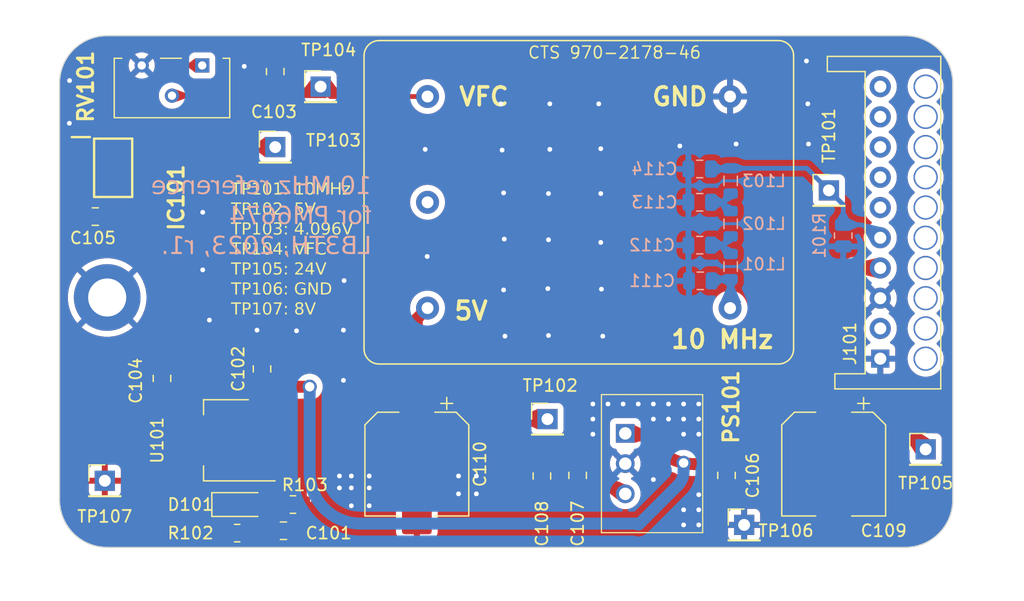
<source format=kicad_pcb>
(kicad_pcb (version 20221018) (generator pcbnew)
  (layers (0 "F.Cu" signal) (31 "B.Cu" signal) (34 "B.Paste" user) (35 "F.Paste" user) (36 "B.SilkS" user "B.Silkscreen") (37 "F.SilkS" user "F.Silkscreen") (38 "B.Mask" user) (39 "F.Mask" user) (44 "Edge.Cuts" user))
  (net 0 "")
  (net 1 "+24V")
  (net 2 "GND")
  (net 3 "VFC")
  (net 4 "+5V")
  (net 8 "VREF")
  (net 16 "10MHz")
  (net 19 "Net-(D101-A)")
  (net 20 "+8V")
  (net 21 "Net-(C112-Pad1)")
  (net 22 "Net-(C113-Pad1)")
  (net 23 "reference_out")
  (footprint "Capacitor_SMD:CP_Elec_8x10.5" (layer "F.Cu") (at 165 113 -90)
    (fp_text reference "C109" (at 5.6 -4.2 -180) (layer "F.SilkS"))
    (fp_text value "220uF" hide)
    (pad "1" smd roundrect (at -3.7 0 270) (size 4.4 2.5) (layers "F.Cu" "F.Paste" "F.Mask") (roundrect_rratio 0.1) (net 1 "+24V"))
    (pad "2" smd roundrect (at 3.7 0 270) (size 4.4 2.5) (layers "F.Cu" "F.Paste" "F.Mask") (roundrect_rratio 0.1) (net 2 "GND"))
  )
  (footprint "Capacitor_SMD:C_0805_2012Metric" (layer "F.Cu") (at 103 92.2 180)
    (fp_text reference "C105" (at 0.2 -1.8) (layer "F.SilkS"))
    (fp_text value "100nF" hide)
    (pad "1" smd roundrect (at -0.95 0 180) (size 1 1.45) (layers "F.Cu" "F.Paste" "F.Mask") (net 20 "+8V"))
    (pad "2" smd roundrect (at 0.95 0 180) (size 1 1.45) (layers "F.Cu" "F.Paste" "F.Mask") (net 2 "GND"))
  )
  (footprint "Capacitor_SMD:C_0805_2012Metric" (layer "F.Cu") (at 118.8 118.6)
    (fp_text reference "C101" (at 3.8 0.2) (layer "F.SilkS"))
    (fp_text value "10u" hide)
    (pad "1" smd roundrect (at -0.95 0) (size 1 1.45) (layers "F.Cu" "F.Paste" "F.Mask") (net 19 "Net-(D101-A)"))
    (pad "2" smd roundrect (at 0.95 0) (size 1 1.45) (layers "F.Cu" "F.Paste" "F.Mask") (net 2 "GND"))
  )
  (footprint "MountingHole:MountingHole_3.2mm_M3_DIN965_Pad_TopBottom" (layer "F.Cu") (at 104 99)
    (fp_text reference "H101" hide)
    (fp_text value "H1" hide)
    (pad "1" thru_hole circle (at 0 0) (size 3.6 3.6) (drill 3.2) (layers "*.Cu" "*.Mask") (net 2 "GND"))
    (pad "1" connect circle (at 0 0) (size 5.6 5.6) (layers "F.Cu" "F.Mask") (net 2 "GND"))
    (pad "1" connect circle (at 0 0) (size 5.6 5.6) (layers "B.Cu" "B.Mask") (net 2 "GND"))
  )
  (footprint "Capacitor_SMD:C_0805_2012Metric" (layer "F.Cu") (at 140.5 114 90)
    (fp_text reference "C108" (at -4 0 90) (layer "F.SilkS"))
    (fp_text value "100nF" hide)
    (pad "1" smd roundrect (at -0.95 0 90) (size 1 1.45) (layers "F.Cu" "F.Paste" "F.Mask") (net 4 "+5V"))
    (pad "2" smd roundrect (at 0.95 0 90) (size 1 1.45) (layers "F.Cu" "F.Paste" "F.Mask") (net 2 "GND"))
  )
  (footprint "Connector_PinHeader_2.54mm:PinHeader_1x01_P2.54mm_Vertical" (layer "F.Cu") (at 118.11 86.36)
    (fp_text reference "TP103" (at 4.89 -0.56) (layer "F.SilkS"))
    (fp_text value "4.096V" hide)
    (pad "1" thru_hole rect (at 0 0) (size 1.7 1.7) (drill 1) (layers "*.Cu" "*.Mask") (net 8 "VREF"))
  )
  (footprint "Capacitor_SMD:C_0805_2012Metric" (layer "F.Cu") (at 117 105 90)
    (fp_text reference "C102" (at 0 -2 90) (layer "F.SilkS"))
    (fp_text value "1u")
    (pad "1" smd roundrect (at -0.95 0 90) (size 1 1.45) (layers "F.Cu" "F.Paste" "F.Mask") (net 1 "+24V"))
    (pad "2" smd roundrect (at 0.95 0 90) (size 1 1.45) (layers "F.Cu" "F.Paste" "F.Mask") (net 2 "GND"))
  )
  (footprint "lb3th:Molex 22-14-2104" (layer "F.Cu") (at 170.815 92.71)
    (fp_text reference "J101" (at -4.445 10.16 90 unlocked) (layer "F.SilkS"))
    (fp_text value "Conn_01x10_Pin" hide)
    (pad "1" thru_hole rect (at -1.905 11.43) (size 1.524 1.524) (drill 1.016) (layers "*.Cu" "*.Mask") (net 2 "GND"))
    (pad "2" thru_hole circle (at -1.905 8.89) (size 1.778 1.778) (drill 1.016) (layers "*.Cu" "*.Mask"))
    (pad "3" thru_hole circle (at -1.905 6.35) (size 1.778 1.778) (drill 1.016) (layers "*.Cu" "*.Mask") (net 2 "GND"))
    (pad "4" thru_hole circle (at -1.905 3.81) (size 1.778 1.778) (drill 1.016) (layers "*.Cu" "*.Mask") (net 1 "+24V"))
    (pad "5" thru_hole circle (at -1.905 1.27) (size 1.778 1.778) (drill 1.016) (layers "*.Cu" "*.Mask") (net 23 "reference_out"))
    (pad "6" thru_hole circle (at -1.905 -1.27) (size 1.778 1.778) (drill 1.016) (layers "*.Cu" "*.Mask"))
    (pad "7" thru_hole circle (at -1.905 -3.81) (size 1.778 1.778) (drill 1.016) (layers "*.Cu" "*.Mask"))
    (pad "8" thru_hole circle (at -1.905 -6.35) (size 1.778 1.778) (drill 1.016) (layers "*.Cu" "*.Mask"))
    (pad "9" thru_hole circle (at -1.905 -8.89) (size 1.778 1.778) (drill 1.016) (layers "*.Cu" "*.Mask"))
    (pad "10" thru_hole circle (at -1.905 -11.43) (size 1.778 1.778) (drill 1.016) (layers "*.Cu" "*.Mask"))
    (pad "11" thru_hole circle (at 1.905 -11.43) (size 2.032 2.032) (drill 1.778) (layers "*.Cu" "*.Mask"))
    (pad "12" thru_hole circle (at 1.905 -8.89) (size 2.032 2.032) (drill 1.778) (layers "*.Cu" "*.Mask"))
    (pad "13" thru_hole circle (at 1.905 -6.35) (size 2.032 2.032) (drill 1.778) (layers "*.Cu" "*.Mask"))
    (pad "14" thru_hole circle (at 1.905 -3.81) (size 2.032 2.032) (drill 1.778) (layers "*.Cu" "*.Mask"))
    (pad "15" thru_hole circle (at 1.905 -1.27) (size 2.032 2.032) (drill 1.778) (layers "*.Cu" "*.Mask"))
    (pad "16" thru_hole circle (at 1.905 1.27) (size 2.032 2.032) (drill 1.778) (layers "*.Cu" "*.Mask"))
    (pad "17" thru_hole circle (at 1.905 3.81) (size 2.032 2.032) (drill 1.778) (layers "*.Cu" "*.Mask"))
    (pad "18" thru_hole circle (at 1.905 6.35) (size 2.032 2.032) (drill 1.778) (layers "*.Cu" "*.Mask"))
    (pad "19" thru_hole circle (at 1.905 8.89) (size 2.032 2.032) (drill 1.778) (layers "*.Cu" "*.Mask"))
    (pad "20" thru_hole circle (at 1.905 11.43) (size 2.032 2.032) (drill 1.778) (layers "*.Cu" "*.Mask"))
  )
  (footprint "Resistor_SMD:R_0805_2012Metric" (layer "F.Cu") (at 119.6 116.4)
    (fp_text reference "R103" (at 1 -1.65) (layer "F.SilkS"))
    (fp_text value "1k2")
    (pad "1" smd roundrect (at -0.9125 0) (size 1.025 1.4) (layers "F.Cu" "F.Paste" "F.Mask") (roundrect_rratio 0.243902439) (net 19 "Net-(D101-A)"))
    (pad "2" smd roundrect (at 0.9125 0) (size 1.025 1.4) (layers "F.Cu" "F.Paste" "F.Mask") (roundrect_rratio 0.243902439) (net 2 "GND"))
  )
  (footprint "Resistor_SMD:R_0805_2012Metric" (layer "F.Cu") (at 114.9125 118.8)
    (fp_text reference "R102" (at -3.9125 0) (layer "F.SilkS"))
    (fp_text value "220")
    (pad "1" smd roundrect (at -0.9125 0) (size 1.025 1.4) (layers "F.Cu" "F.Paste" "F.Mask") (roundrect_rratio 0.243902439) (net 20 "+8V"))
    (pad "2" smd roundrect (at 0.9125 0) (size 1.025 1.4) (layers "F.Cu" "F.Paste" "F.Mask") (roundrect_rratio 0.243902439) (net 19 "Net-(D101-A)"))
  )
  (footprint "Connector_PinHeader_2.54mm:PinHeader_1x01_P2.54mm_Vertical" (layer "F.Cu") (at 103.8 114.4)
    (fp_text reference "TP107" (at 0 3) (layer "F.SilkS"))
    (fp_text value "8V")
    (pad "1" thru_hole rect (at 0 0) (size 1.7 1.7) (drill 1) (layers "*.Cu" "*.Mask") (net 20 "+8V"))
  )
  (footprint "Connector_PinHeader_2.54mm:PinHeader_1x01_P2.54mm_Vertical" (layer "F.Cu") (at 157.48 118.11)
    (fp_text reference "TP106" (at 3.52 0.49) (layer "F.SilkS"))
    (fp_text value "GND" hide)
    (pad "1" thru_hole rect (at 0 0) (size 1.7 1.7) (drill 1) (layers "*.Cu" "*.Mask") (net 2 "GND"))
  )
  (footprint "Capacitor_SMD:C_0805_2012Metric" (layer "F.Cu") (at 118.11 80.01 90)
    (fp_text reference "C103" (at -3.39 -0.11 180) (layer "F.SilkS"))
    (fp_text value "100nF" hide)
    (pad "1" smd roundrect (at -0.95 0 90) (size 1 1.45) (layers "F.Cu" "F.Paste" "F.Mask") (net 3 "VFC"))
    (pad "2" smd roundrect (at 0.95 0 90) (size 1 1.45) (layers "F.Cu" "F.Paste" "F.Mask") (net 2 "GND"))
  )
  (footprint "Diode_SMD:D_SOD-123F" (layer "F.Cu") (at 115 116.4)
    (fp_text reference "D101" (at -4 0) (layer "F.SilkS"))
    (fp_text value "IN4001")
    (pad "1" smd roundrect (at -1.4 0) (size 1.1 1.1) (layers "F.Cu" "F.Paste" "F.Mask") (roundrect_rratio 0.2272727273) (net 20 "+8V"))
    (pad "2" smd roundrect (at 1.4 0) (size 1.1 1.1) (layers "F.Cu" "F.Paste" "F.Mask") (roundrect_rratio 0.2272727273) (net 19 "Net-(D101-A)"))
  )
  (footprint "Capacitor_SMD:CP_Elec_8x10.5" (layer "F.Cu") (at 130 113 -90)
    (fp_text reference "C110" (at 0 -5.3 90) (layer "F.SilkS"))
    (fp_text value "220uF" hide)
    (pad "1" smd roundrect (at -3.7 0 270) (size 4.4 2.5) (layers "F.Cu" "F.Paste" "F.Mask") (roundrect_rratio 0.1) (net 4 "+5V"))
    (pad "2" smd roundrect (at 3.7 0 270) (size 4.4 2.5) (layers "F.Cu" "F.Paste" "F.Mask") (roundrect_rratio 0.1) (net 2 "GND"))
  )
  (footprint "Connector_PinHeader_2.54mm:PinHeader_1x01_P2.54mm_Vertical" (layer "F.Cu") (at 172.72 111.76)
    (fp_text reference "TP105" (at 0 2.84 180) (layer "F.SilkS"))
    (fp_text value "24V" hide)
    (pad "1" thru_hole rect (at 0 0) (size 1.7 1.7) (drill 1) (layers "*.Cu" "*.Mask") (net 1 "+24V"))
  )
  (footprint "Capacitor_SMD:C_0805_2012Metric" (layer "F.Cu") (at 143.5 113.95 90)
    (fp_text reference "C107" (at -4.05 0 90) (layer "F.SilkS"))
    (fp_text value "10uF" hide)
    (pad "1" smd roundrect (at -0.95 0 90) (size 1 1.45) (layers "F.Cu" "F.Paste" "F.Mask") (net 4 "+5V"))
    (pad "2" smd roundrect (at 0.95 0 90) (size 1 1.45) (layers "F.Cu" "F.Paste" "F.Mask") (net 2 "GND"))
  )
  (footprint "lb3th:R78C1210" (layer "F.Cu") (at 147.5 110.42 -90)
    (fp_text reference "PS101" (at -2.22 -8.89 90) (layer "F.SilkS") (effects (font (size 1.27 1.27) (thickness 0.254))))
    (fp_text value "R-78C5.0-1.0" hide)
    (pad "1" thru_hole rect (at 0 0 270) (size 1.575 1.575) (drill 1.05) (layers "*.Cu" "*.Mask") (net 1 "+24V"))
    (pad "2" thru_hole circle (at 2.54 0 270) (size 1.575 1.575) (drill 1.05) (layers "*.Cu" "*.Mask") (net 2 "GND"))
    (pad "3" thru_hole circle (at 5.08 0 270) (size 1.575 1.575) (drill 1.05) (layers "*.Cu" "*.Mask") (net 4 "+5V"))
  )
  (footprint "lb3th:SOIC127P600X175-8N" (layer "F.Cu") (at 104.5 88.1)
    (fp_text reference "IC101" (at 5.3 2.5 90) (layer "F.SilkS") (effects (font (size 1.27 1.27) (thickness 0.254))))
    (fp_text value "ADR434BRZ" hide)
    (pad "1" smd rect (at -2.712 -1.905 90) (size 0.65 1.525) (layers "F.Cu" "F.Paste" "F.Mask"))
    (pad "2" smd rect (at -2.712 -0.635 90) (size 0.65 1.525) (layers "F.Cu" "F.Paste" "F.Mask") (net 20 "+8V"))
    (pad "3" smd rect (at -2.712 0.635 90) (size 0.65 1.525) (layers "F.Cu" "F.Paste" "F.Mask"))
    (pad "4" smd rect (at -2.712 1.905 90) (size 0.65 1.525) (layers "F.Cu" "F.Paste" "F.Mask") (net 2 "GND"))
    (pad "5" smd rect (at 2.712 1.905 90) (size 0.65 1.525) (layers "F.Cu" "F.Paste" "F.Mask"))
    (pad "6" smd rect (at 2.712 0.635 90) (size 0.65 1.525) (layers "F.Cu" "F.Paste" "F.Mask") (net 8 "VREF"))
    (pad "7" smd rect (at 2.712 -0.635 90) (size 0.65 1.525) (layers "F.Cu" "F.Paste" "F.Mask"))
    (pad "8" smd rect (at 2.712 -1.905 90) (size 0.65 1.525) (layers "F.Cu" "F.Paste" "F.Mask"))
  )
  (footprint "Package_TO_SOT_SMD:SOT-223-3_TabPin2" (layer "F.Cu") (at 114 111 180)
    (fp_text reference "U101" (at 5.8 0 90) (layer "F.SilkS"))
    (fp_text value "LM317_SOT-223")
    (pad "1" smd rect (at -3.15 -2.3 180) (size 2 1.5) (layers "F.Cu" "F.Paste" "F.Mask") (net 19 "Net-(D101-A)"))
    (pad "2" smd rect (at -3.15 0 180) (size 2 1.5) (layers "F.Cu" "F.Paste" "F.Mask") (net 20 "+8V"))
    (pad "2" smd rect (at 3.15 0 180) (size 2 3.8) (property pad_prop_heatsink) (layers "F.Cu" "F.Paste" "F.Mask") (net 20 "+8V"))
    (pad "3" smd rect (at -3.15 2.3 180) (size 2 1.5) (layers "F.Cu" "F.Paste" "F.Mask") (net 1 "+24V"))
  )
  (footprint "Connector_PinHeader_2.54mm:PinHeader_1x01_P2.54mm_Vertical" (layer "F.Cu") (at 140.97 109.22)
    (fp_text reference "TP102" (at 0.23 -2.82) (layer "F.SilkS"))
    (fp_text value "5V")
    (pad "1" thru_hole rect (at 0 0) (size 1.7 1.7) (drill 1) (layers "*.Cu" "*.Mask") (net 4 "+5V"))
  )
  (footprint "Connector_PinHeader_2.54mm:PinHeader_1x01_P2.54mm_Vertical" (layer "F.Cu") (at 121.92 81.28)
    (fp_text reference "TP104" (at 0.68 -3.08) (layer "F.SilkS"))
    (fp_text value "VFC" hide)
    (pad "1" thru_hole rect (at 0 0) (size 1.7 1.7) (drill 1) (layers "*.Cu" "*.Mask") (net 3 "VFC"))
  )
  (footprint "Connector_PinHeader_2.54mm:PinHeader_1x01_P2.54mm_Vertical" (layer "F.Cu") (at 164.6 90)
    (fp_text reference "TP101" (at 0 -4.6 90) (layer "F.SilkS"))
    (fp_text value "10MHz" hide)
    (pad "1" thru_hole rect (at 0 0) (size 1.7 1.7) (drill 1) (layers "*.Cu" "*.Mask") (net 23 "reference_out"))
  )
  (footprint "Capacitor_SMD:C_0805_2012Metric" (layer "F.Cu") (at 156 113.95 -90)
    (fp_text reference "C106" (at 0 -2.2 90) (layer "F.SilkS"))
    (fp_text value "2u2F" hide)
    (pad "1" smd roundrect (at -0.95 0 270) (size 1 1.45) (layers "F.Cu" "F.Paste" "F.Mask") (net 1 "+24V"))
    (pad "2" smd roundrect (at 0.95 0 270) (size 1 1.45) (layers "F.Cu" "F.Paste" "F.Mask") (net 2 "GND"))
  )
  (footprint "lb3th:CTS1960017" (layer "F.Cu") (at 143.6 91 -90)
    (fp_text reference "X101" hide)
    (fp_text value "CTS 970" hide)
    (pad "GND" thru_hole circle (at -8.89 -12.7 270) (size 1.9304 1.9304) (drill 1) (layers "*.Cu" "*.Mask") (net 2 "GND"))
    (pad "OUT" thru_hole circle (at 8.89 -12.7 270) (size 1.9304 1.9304) (drill 1) (layers "*.Cu" "*.Mask") (net 16 "10MHz"))
    (pad "VCC" thru_hole circle (at 8.89 12.7 270) (size 1.9304 1.9304) (drill 1) (layers "*.Cu" "*.Mask") (net 4 "+5V"))
    (pad "VFC" thru_hole circle (at -8.89 12.7 270) (size 1.9304 1.9304) (drill 1) (layers "*.Cu" "*.Mask") (net 3 "VFC"))
    (pad "VREF" thru_hole circle (at 0 12.7 270) (size 1.9304 1.9304) (drill 1) (layers "*.Cu" "*.Mask"))
  )
  (footprint "Capacitor_SMD:C_0805_2012Metric" (layer "F.Cu") (at 108.6 105.8 90)
    (fp_text reference "C104" (at -0.2 -2.2 90) (layer "F.SilkS"))
    (fp_text value "1u" hide)
    (pad "1" smd roundrect (at -0.95 0 90) (size 1 1.45) (layers "F.Cu" "F.Paste" "F.Mask") (net 20 "+8V"))
    (pad "2" smd roundrect (at 0.95 0 90) (size 1 1.45) (layers "F.Cu" "F.Paste" "F.Mask") (net 2 "GND"))
  )
  (footprint "lb3th:M64Y503KB40" (layer "F.Cu") (at 111.98 79.5 -90)
    (fp_text reference "RV101" (at 1.78 9.78 -90) (layer "F.SilkS") (effects (font (size 1.27 1.27) (thickness 0.254))))
    (fp_text value "10k" hide)
    (pad "1" thru_hole rect (at 0 0 270) (size 1.2 1.2) (drill 0.7) (layers "*.Cu" "*.Mask") (net 8 "VREF"))
    (pad "2" thru_hole circle (at 2.54 2.54 270) (size 1.2 1.2) (drill 0.7) (layers "*.Cu" "*.Mask") (net 3 "VFC"))
    (pad "3" thru_hole circle (at 0 5.08 270) (size 1.2 1.2) (drill 0.7) (layers "*.Cu" "*.Mask") (net 2 "GND"))
  )
  (footprint "Capacitor_SMD:C_0805_2012Metric" (layer "B.Cu") (at 153.8 97.6 180)
    (fp_text reference "C111" (at 4.05 0) (layer "B.SilkS") (effects (justify mirror)))
    (fp_text value "330p")
    (pad "1" smd roundrect (at -0.95 0 180) (size 1 1.45) (layers "B.Cu" "B.Paste" "B.Mask") (net 16 "10MHz"))
    (pad "2" smd roundrect (at 0.95 0 180) (size 1 1.45) (layers "B.Cu" "B.Paste" "B.Mask") (net 2 "GND"))
  )
  (footprint "Inductor_SMD:L_0805_2012Metric" (layer "B.Cu") (at 156.35 96.4 90)
    (fp_text reference "L101" (at 0.2 2.8 180) (layer "B.SilkS") (effects (justify mirror)))
    (fp_text value "1u")
    (pad "1" smd roundrect (at -1.0625 0 90) (size 0.875 1.2) (layers "B.Cu" "B.Paste" "B.Mask") (net 16 "10MHz"))
    (pad "2" smd roundrect (at 1.0625 0 90) (size 0.875 1.2) (layers "B.Cu" "B.Paste" "B.Mask") (net 21 "Net-(C112-Pad1)"))
  )
  (footprint "Inductor_SMD:L_0805_2012Metric" (layer "B.Cu") (at 156.35 89.2 90)
    (fp_text reference "L103" (at 0 2.8) (layer "B.SilkS") (effects (justify mirror)))
    (fp_text value "1u")
    (pad "1" smd roundrect (at -1.0625 0 90) (size 0.875 1.2) (layers "B.Cu" "B.Paste" "B.Mask") (net 22 "Net-(C113-Pad1)"))
    (pad "2" smd roundrect (at 1.0625 0 90) (size 0.875 1.2) (layers "B.Cu" "B.Paste" "B.Mask") (net 23 "reference_out"))
  )
  (footprint "Capacitor_SMD:C_0805_2012Metric" (layer "B.Cu") (at 153.75 88.2 180)
    (fp_text reference "C114" (at 3.8 0) (layer "B.SilkS") (effects (justify mirror)))
    (fp_text value "330p")
    (pad "1" smd roundrect (at -0.95 0 180) (size 1 1.45) (layers "B.Cu" "B.Paste" "B.Mask") (net 23 "reference_out"))
    (pad "2" smd roundrect (at 0.95 0 180) (size 1 1.45) (layers "B.Cu" "B.Paste" "B.Mask") (net 2 "GND"))
  )
  (footprint "Capacitor_SMD:C_0805_2012Metric" (layer "B.Cu") (at 153.75 91 180)
    (fp_text reference "C113" (at 3.8 0) (layer "B.SilkS") (effects (justify mirror)))
    (fp_text value "680p")
    (pad "1" smd roundrect (at -0.95 0 180) (size 1 1.45) (layers "B.Cu" "B.Paste" "B.Mask") (net 22 "Net-(C113-Pad1)"))
    (pad "2" smd roundrect (at 0.95 0 180) (size 1 1.45) (layers "B.Cu" "B.Paste" "B.Mask") (net 2 "GND"))
  )
  (footprint "Inductor_SMD:L_0805_2012Metric" (layer "B.Cu") (at 156.35 92.8 90)
    (fp_text reference "L102" (at 0 2.8 180) (layer "B.SilkS") (effects (justify mirror)))
    (fp_text value "1u")
    (pad "1" smd roundrect (at -1.0625 0 90) (size 0.875 1.2) (layers "B.Cu" "B.Paste" "B.Mask") (net 21 "Net-(C112-Pad1)"))
    (pad "2" smd roundrect (at 1.0625 0 90) (size 0.875 1.2) (layers "B.Cu" "B.Paste" "B.Mask") (net 22 "Net-(C113-Pad1)"))
  )
  (footprint "Capacitor_SMD:C_0805_2012Metric" (layer "B.Cu") (at 153.75 94.6 180)
    (fp_text reference "C112" (at 4 0) (layer "B.SilkS") (effects (justify mirror)))
    (fp_text value "680p")
    (pad "1" smd roundrect (at -0.95 0 180) (size 1 1.45) (layers "B.Cu" "B.Paste" "B.Mask") (net 21 "Net-(C112-Pad1)"))
    (pad "2" smd roundrect (at 0.95 0 180) (size 1 1.45) (layers "B.Cu" "B.Paste" "B.Mask") (net 2 "GND"))
  )
  (footprint "Resistor_SMD:R_0805_2012Metric" (layer "B.Cu") (at 165.8 93.8 -90)
    (fp_text reference "R101" (at 0 2 90) (layer "B.SilkS") (effects (justify mirror)))
    (fp_text value "50")
    (pad "1" smd roundrect (at -0.9125 0 270) (size 1.025 1.4) (layers "B.Cu" "B.Paste" "B.Mask") (roundrect_rratio 0.243902439) (net 23 "reference_out"))
    (pad "2" smd roundrect (at 0.9125 0 270) (size 1.025 1.4) (layers "B.Cu" "B.Paste" "B.Mask") (roundrect_rratio 0.243902439) (net 2 "GND"))
  )
  (gr_line (start 175 81) (end 175 116) (stroke (width 0.1)) (layer "Edge.Cuts"))
  (gr_line (start 171 77) (end 104 77) (stroke (width 0.1)) (layer "Edge.Cuts"))
  (gr_arc (start 100 81) (mid 101.171573 78.171573) (end 104 77) (stroke (width 0.1)) (layer "Edge.Cuts"))
  (gr_arc (start 171 77) (mid 173.828427 78.171573) (end 175 81) (stroke (width 0.1)) (layer "Edge.Cuts"))
  (gr_line (start 104 120) (end 171 120) (stroke (width 0.1)) (layer "Edge.Cuts"))
  (gr_line (start 100 81) (end 100 116) (stroke (width 0.1)) (layer "Edge.Cuts"))
  (gr_arc (start 104 120) (mid 101.171573 118.828427) (end 100 116) (stroke (width 0.1)) (layer "Edge.Cuts"))
  (gr_arc (start 175 116) (mid 173.828427 118.828427) (end 171 120) (stroke (width 0.1)) (layer "Edge.Cuts"))
  (gr_text "10 MHz reference\nfor PM6674\nLB3TH, 2023, r1." (at 126.2 95.6) (layer "B.SilkS") (effects (font (size 1.5 1.5) (thickness 0.1875)) (justify left bottom mirror)))
  (gr_text "VFC" (at 133.4 83) (layer "F.SilkS") (effects (font (size 1.5 1.5) (thickness 0.3) bold) (justify left bottom)))
  (gr_text "5V" (at 133 101) (layer "F.SilkS") (effects (font (size 1.5 1.5) (thickness 0.3) bold) (justify left bottom)))
  (gr_text "TP101: 10MHz\nTP102: 5V\nTP103: 4.096V\nTP104: VFC\nTP105: 24V\nTP106: GND\nTP107: 8V" (at 114.4 100.6) (layer "F.SilkS") (effects (font (size 1 1)) (justify left bottom)))
  (gr_text "10 MHz\n" (at 151.2 103.4) (layer "F.SilkS") (effects (font (size 1.5 1.5) (thickness 0.3) bold) (justify left bottom)))
  (gr_text "GND" (at 149.6 83) (layer "F.SilkS") (effects (font (size 1.5 1.5) (thickness 0.3) bold) (justify left bottom)))
  (gr_text "CTS 970-2178-46" (at 146.6 79) (layer "F.SilkS") (effects (font (size 1 1) (thickness 0.125)) (justify bottom)))
  (segment (start 156.019531 113) (end 156.0625 113) (width 1) (layer "F.Cu") (net 1))
  (segment (start 156.1875 113) (end 156.230469 113) (width 1) (layer "F.Cu") (net 1))
  (segment (start 155.339843 113) (end 155.33203 113) (width 1) (layer "F.Cu") (net 1))
  (segment (start 156.480468 113) (end 156.472656 113) (width 1) (layer "F.Cu") (net 1))
  (segment (start 156.33203 113) (end 156.308593 113) (width 1) (layer "F.Cu") (net 1))
  (segment (start 156.1875 113) (end 156.0625 113) (width 1) (layer "F.Cu") (net 1))
  (segment (start 155.703125 113) (end 155.671875 113) (width 1) (layer "F.Cu") (net 1))
  (segment (start 156.019531 113) (end 155.980468 113) (width 1) (layer "F.Cu") (net 1))
  (segment (start 156.5 113) (end 156.496093 113) (width 1) (layer "F.Cu") (net 1))
  (segment (start 155.910156 113) (end 155.902344 113) (width 1) (layer "F.Cu") (net 1))
  (segment (start 155.941405 113) (end 155.917968 113) (width 1) (layer "F.Cu") (net 1))
  (segment (start 155.980468 113) (end 155.941405 113) (width 1) (layer "F.Cu") (net 1))
  (segment (start 156.421875 113) (end 156.390625 113) (width 1) (layer "F.Cu") (net 1))
  (segment (start 154.75 113) (end 154.25 113) (width 1) (layer "F.Cu") (net 1))
  (segment (start 155.082031 113) (end 154.917969 113) (width 1) (layer "F.Cu") (net 1))
  (segment (start 155.890625 113) (end 155.859375 113) (width 1) (layer "F.Cu") (net 1))
  (segment (start 155.917968 113) (end 155.910156 113) (width 1) (layer "F.Cu") (net 1))
  (segment (start 163.727207 109.3) (end 162.85 109.3) (width 1) (layer "F.Cu") (net 1))
  (segment (start 155.765625 113) (end 155.703125 113) (width 1) (layer "F.Cu") (net 1))
  (segment (start 155.902344 113) (end 155.890625 113) (width 1) (layer "F.Cu") (net 1))
  (segment (start 157.353553 112.646446) (end 159.17972 110.820279) (width 1) (layer "F.Cu") (net 1))
  (segment (start 156.390625 113) (end 156.359375 113) (width 1) (layer "F.Cu") (net 1))
  (segment (start 117.275 106.225) (end 117.075 106.025) (width 1) (layer "F.Cu") (net 1))
  (segment (start 156.453125 113) (end 156.421875 113) (width 1) (layer "F.Cu") (net 1))
  (segment (start 165 109.3) (end 165 98.858736) (width 1) (layer "F.Cu") (net 1))
  (segment (start 149.422045 110.922045) (end 150.21 111.71) (width 1) (layer "F.Cu") (net 1))
  (segment (start 156.347656 113) (end 156.339843 113) (width 1) (layer "F.Cu") (net 1))
  (segment (start 117.15 106.206066) (end 117.15 108.7) (width 1) (layer "F.Cu") (net 1))
  (segment (start 155.578125 113) (end 155.421875 113) (width 1) (layer "F.Cu") (net 1))
  (segment (start 171.49 110.53) (end 172.72 111.76) (width 1) (layer "F.Cu") (net 1))
  (segment (start 155.246093 113) (end 155.33203 113) (width 1) (layer "F.Cu") (net 1))
  (segment (start 156.496093 113) (end 156.48828 113) (width 1) (layer "F.Cu") (net 1))
  (segment (start 155.796875 113) (end 155.765625 113) (width 1) (layer "F.Cu") (net 1))
  (segment (start 155.578125 113) (end 155.640625 113) (width 1) (layer "F.Cu") (net 1))
  (segment (start 155.828125 113) (end 155.796875 113) (width 1) (layer "F.Cu") (net 1))
  (segment (start 156.269531 113) (end 156.230469 113) (width 1) (layer "F.Cu") (net 1))
  (segment (start 156.308593 113) (end 156.269531 113) (width 1) (layer "F.Cu") (net 1))
  (segment (start 156.480468 113) (end 156.48828 113) (width 1) (layer "F.Cu") (net 1))
  (segment (start 155.246093 113) (end 155.082031 113) (width 1) (layer "F.Cu") (net 1))
  (segment (start 121 106.5) (end 117.938908 106.5) (width 1) (layer "F.Cu") (net 1))
  (segment (start 167.338736 96.52) (end 168.91 96.52) (width 1) (layer "F.Cu") (net 1))
  (segment (start 156.453125 113) (end 156.464844 113) (width 1) (layer "F.Cu") (net 1))
  (segment (start 155.859375 113) (end 155.828125 113) (width 1) (layer "F.Cu") (net 1))
  (segment (start 148.21 110.42) (end 147.5 110.42) (width 1) (layer "F.Cu") (net 1))
  (segment (start 156.359375 113) (end 156.347656 113) (width 1) (layer "F.Cu") (net 1))
  (segment (start 155.421875 113) (end 155.347656 113) (width 1) (layer "F.Cu") (net 1))
  (segment (start 168.520517 109.3) (end 165 109.3) (width 1) (layer "F.Cu") (net 1))
  (segment (start 156.472656 113) (end 156.464844 113) (width 1) (layer "F.Cu") (net 1))
  (segment (start 156.339843 113) (end 156.33203 113) (width 1) (layer "F.Cu") (net 1))
  (segment (start 154.25 113) (end 153.324335 113) (width 1) (layer "F.Cu") (net 1))
  (segment (start 155.347656 113) (end 155.339843 113) (width 1) (layer "F.Cu") (net 1))
  (segment (start 155.671875 113) (end 155.640625 113) (width 1) (layer "F.Cu") (net 1))
  (segment (start 154.75 113) (end 154.917969 113) (width 1) (layer "F.Cu") (net 1))
  (via (at 121 106.5) (size 1.2) (drill 0.8) (layers "F.Cu" "B.Cu") (net 1))
  (via (at 152.4 112.901904) (size 1.2) (drill 0.8) (layers "F.Cu" "B.Cu") (net 1))
  (arc (start 159.17972 110.820279) (mid 160.863658 109.695107) (end 162.85 109.3) (width 1) (layer "F.Cu") (net 1))
  (arc (start 149.422045 110.922045) (mid 148.865954 110.550477) (end 148.21 110.42) (width 1) (layer "F.Cu") (net 1))
  (arc (start 117.075 106.025) (mid 117.075 106.025) (end 117.075 106.025) (width 1) (layer "F.Cu") (net 1))
  (arc (start 165.685 97.205) (mid 166.44374 96.698025) (end 167.338736 96.52) (width 1) (layer "F.Cu") (net 1))
  (arc (start 168.520517 109.3) (mid 170.127589 109.619666) (end 171.49 110.53) (width 1) (layer "F.Cu") (net 1))
  (arc (start 165.685 97.205) (mid 165.178025 97.96374) (end 165 98.858736) (width 1) (layer "F.Cu") (net 1))
  (arc (start 163.727207 109.3) (mid 164.903114 109.066097) (end 165.9 108.4) (width 1) (layer "F.Cu") (net 1))
  (arc (start 157.353553 112.646446) (mid 156.961939 112.908114) (end 156.5 113) (width 1) (layer "F.Cu") (net 1))
  (arc (start 150.21 111.71) (mid 151.638869 112.664739) (end 153.324335 113) (width 1) (layer "F.Cu") (net 1))
  (arc (start 117.15 106.206066) (mid 117.130508 106.108073) (end 117.075 106.025) (width 1) (layer "F.Cu") (net 1))
  (arc (start 117.275 106.225) (mid 117.579603 106.428529) (end 117.938908 106.5) (width 1) (layer "F.Cu") (net 1))
  (segment (start 121 113.732233) (end 121 106.5) (width 1) (layer "B.Cu") (net 1))
  (segment (start 151.905698 114.794301) (end 148.645 118.055) (width 1) (layer "B.Cu") (net 1))
  (segment (start 125.267766 118) (end 148.402218 118) (width 1) (layer "B.Cu") (net 1))
  (segment (start 152.4 113.600952) (end 152.4 112.901904) (width 1) (layer "B.Cu") (net 1))
  (arc (start 125.267766 118) (mid 123.634562 117.675135) (end 122.25 116.75) (width 1) (layer "B.Cu") (net 1))
  (arc (start 148.402218 118) (mid 148.474079 118.014294) (end 148.535 118.055) (width 1) (layer "B.Cu") (net 1))
  (arc (start 121 113.732233) (mid 121.324864 115.365436) (end 122.25 116.75) (width 1) (layer "B.Cu") (net 1))
  (arc (start 152.4 113.600952) (mid 152.271535 114.246787) (end 151.905698 114.794301) (width 1) (layer "B.Cu") (net 1))
  (arc (start 148.535 118.055) (mid 148.59 118.077781) (end 148.645 118.055) (width 1) (layer "B.Cu") (net 1))
  (segment (start 143.48 113.02) (end 143.465 113.035) (width 1) (layer "F.Cu") (net 2))
  (segment (start 100.5 90.0025) (end 100.5 90) (width 1) (layer "F.Cu") (net 2))
  (segment (start 120.5125 117.298331) (end 120.5125 116.4) (width 1) (layer "F.Cu") (net 2))
  (segment (start 101.788 91.752738) (end 101.788 90.005) (width 1) (layer "F.Cu") (net 2))
  (segment (start 143.48 113.02) (end 143.475 113.025) (width 1) (layer "F.Cu") (net 2))
  (segment (start 124.5 116.5) (end 123.175 116.5) (width 1) (layer "F.Cu") (net 2))
  (segment (start 147.48 112.98) (end 147.5 112.96) (width 0.4) (layer "F.Cu") (net 2))
  (segment (start 143.52 112.98) (end 143.54 112.96) (width 0.4) (layer "F.Cu") (net 2))
  (segment (start 120.13125 118.21875) (end 120.913083 117.436916) (width 1) (layer "F.Cu") (net 2))
  (segment (start 164.85 116.7) (end 164.925 116.7) (width 0.4) (layer "F.Cu") (net 2))
  (segment (start 101.788 90.005) (end 100.5025 90.005) (width 1) (layer "F.Cu") (net 2))
  (segment (start 143.428786 113.05) (end 140.5 113.05) (width 1) (layer "F.Cu") (net 2))
  (segment (start 101.919 92.069) (end 102.05 92.2) (width 1) (layer "F.Cu") (net 2))
  (segment (start 143.48 113.02) (end 143.52 112.98) (width 0.4) (layer "F.Cu") (net 2))
  (via (at 116.578118 101.743091) (size 0.8) (drill 0.4) (layers "F.Cu" "B.Cu") (net 2))
  (via (at 153.67 118.11) (size 0.8) (drill 0.4) (layers "F.Cu" "B.Cu") (net 2))
  (via (at 137.28343 98.367225) (size 0.8) (drill 0.4) (layers "F.Cu" "B.Cu") (net 2))
  (via (at 149.86 114.3) (size 0.8) (drill 0.4) (layers "F.Cu" "B.Cu") (net 2))
  (via (at 115.509094 79.574903) (size 0.8) (drill 0.4) (layers "F.Cu" "B.Cu") (net 2))
  (via (at 153.67 116.84) (size 0.8) (drill 0.4) (layers "F.Cu" "B.Cu") (net 2))
  (via (at 162.714955 79.124788) (size 0.8) (drill 0.4) (layers "F.Cu" "B.Cu") (net 2))
  (via (at 145.441774 86.495429) (size 0.8) (drill 0.4) (layers "F.Cu" "B.Cu") (net 2))
  (via (at 153.67 110.49) (size 0.8) (drill 0.4) (layers "F.Cu" "B.Cu") (net 2))
  (via (at 100.824076 84.35738) (size 0.8) (drill 0.4) (layers "F.Cu" "B.Cu") (net 2))
  (via (at 153.67 107.95) (size 0.8) (drill 0.4) (layers "F.Cu" "B.Cu") (net 2))
  (via (at 151.13 107.95) (size 0.8) (drill 0.4) (layers "F.Cu" "B.Cu") (net 2))
  (via (at 141.053148 102.193206) (size 0.8) (drill 0.4) (layers "F.Cu" "B.Cu") (net 2))
  (via (at 145.498038 98.298) (size 0.8) (drill 0.4) (layers "F.Cu" "B.Cu") (net 2))
  (via (at 137.395959 102.249471) (size 0.8) (drill 0.4) (layers "F.Cu" "B.Cu") (net 2))
  (via (at 126 115) (size 0.8) (drill 0.4) (layers "F.Cu" "B.Cu") (net 2))
  (via (at 133.5 114) (size 0.8) (drill 0.4) (layers "F.Cu" "B.Cu") (net 2))
  (via (at 112.020699 91.84055) (size 0.8) (drill 0.4) (layers "F.Cu" "B.Cu") (net 2))
  (via (at 152.4 118.11) (size 0.8) (drill 0.4) (layers "F.Cu" "B.Cu") (net 2))
  (via (at 137.058373 82.725712) (size 0.8) (drill 0.4) (layers "F.Cu" "B.Cu") (net 2))
  (via (at 152.4 109.22) (size 0.8) (drill 0.4) (layers "F.Cu" "B.Cu") (net 2))
  (via (at 141.053148 90.265146) (size 0.8) (drill 0.4) (layers "F.Cu" "B.Cu") (net 2))
  (via (at 130.700492 86.551693) (size 0.8) (drill 0.4) (layers "F.Cu" "B.Cu") (net 2))
  (via (at 151.13 109.22) (size 0.8) (drill 0.4) (layers "F.Cu" "B.Cu") (net 2))
  (via (at 135 115.5) (size 0.8) (drill 0.4) (layers "F.Cu" "B.Cu") (net 2))
  (via (at 153.67 115.57) (size 0.8) (drill 0.4) (layers "F.Cu" "B.Cu") (net 2))
  (via (at 152.080977 86.270371) (size 0.8) (drill 0.4) (layers "F.Cu" "B.Cu") (net 2))
  (via (at 112.583343 100.899124) (size 0.8) (drill 0.4) (layers "F.Cu" "B.Cu") (net 2))
  (via (at 145.610567 102.249471) (size 0.8) (drill 0.4) (layers "F.Cu" "B.Cu") (net 2))
  (via (at 145.441774 94.37245) (size 0.8) (drill 0.4) (layers "F.Cu" "B.Cu") (net 2))
  (via (at 144.78 107.95) (size 0.8) (drill 0.4) (layers "F.Cu" "B.Cu") (net 2))
  (via (at 162.883748 86.101578) (size 0.8) (drill 0.4) (layers "F.Cu" "B.Cu") (net 2))
  (via (at 156.807189 86.101578) (size 0.8) (drill 0.4) (layers "F.Cu" "B.Cu") (net 2))
  (via (at 146.05 107.95) (size 0.8) (drill 0.4) (layers "F.Cu" "B.Cu") (net 2))
  (via (at 123.5 115) (size 0.8) (drill 0.4) (layers "F.Cu" "B.Cu") (net 2))
  (via (at 135 114) (size 0.8) (drill 0.4) (layers "F.Cu" "B.Cu") (net 2))
  (via (at 133.5 115.5) (size 0.8) (drill 0.4) (layers "F.Cu" "B.Cu") (net 2))
  (via (at 100.838 80.772) (size 0.8) (drill 0.4) (layers "F.Cu" "B.Cu") (net 2))
  (via (at 123.892495 97.579523) (size 0.8) (drill 0.4) (layers "F.Cu" "B.Cu") (net 2))
  (via (at 137.16 86.614) (size 0.8) (drill 0.4) (layers "F.Cu" "B.Cu") (net 2))
  (via (at 162.827484 82.725712) (size 0.8) (drill 0.4) (layers "F.Cu" "B.Cu") (net 2))
  (via (at 126 114) (size 0.8) (drill 0.4) (layers "F.Cu" "B.Cu") (net 2))
  (via (at 145.441774 90.265146) (size 0.8) (drill 0.4) (layers "F.Cu" "B.Cu") (net 2))
  (via (at 137.339695 94.091128) (size 0.8) (drill 0.4) (layers "F.Cu" "B.Cu") (net 2))
  (via (at 152.4 110.49) (size 0.8) (drill 0.4) (layers "F.Cu" "B.Cu") (net 2))
  (via (at 123.5 114) (size 0.8) (drill 0.4) (layers "F.Cu" "B.Cu") (net 2))
  (via (at 130.869285 95.554003) (size 0.8) (drill 0.4) (layers "F.Cu" "B.Cu") (net 2))
  (via (at 148.59 107.95) (size 0.8) (drill 0.4) (layers "F.Cu" "B.Cu") (net 2))
  (via (at 144.78 109.22) (size 0.8) (drill 0.4) (layers "F.Cu" "B.Cu") (net 2))
  (via (at 124.5 116.5) (size 0.8) (drill 0.4) (layers "F.Cu" "B.Cu") (net 2))
  (via (at 124.5 114) (size 0.8) (drill 0.4) (layers "F.Cu" "B.Cu") (net 2))
  (via (at 152.4 107.95) (size 0.8) (drill 0.4) (layers "F.Cu" "B.Cu") (net 2))
  (via (at 112.020699 96.679292) (size 0.8) (drill 0.4) (layers "F.Cu" "B.Cu") (net 2))
  (via (at 123.83623 105.962923) (size 0.8) (drill 0.4) (layers "F.Cu" "B.Cu") (net 2))
  (via (at 126 116.5) (size 0.8) (drill 0.4) (layers "F.Cu" "B.Cu") (net 2))
  (via (at 140.996883 98.254696) (size 0.8) (drill 0.4) (layers "F.Cu" "B.Cu") (net 2))
  (via (at 149.86 107.95) (size 0.8) (drill 0.4) (layers "F.Cu" "B.Cu") (net 2))
  (via (at 123.83623 101.743091) (size 0.8) (drill 0.4) (layers "F.Cu" "B.Cu") (net 2))
  (via (at 141.053148 94.147392) (size 0.8) (drill 0.4) (layers "F.Cu" "B.Cu") (net 2))
  (via (at 153.67 109.22) (size 0.8) (drill 0.4) (layers "F.Cu" "B.Cu") (net 2))
  (via (at 141.165676 82.725712) (size 0.8) (drill 0.4) (layers "F.Cu" "B.Cu") (net 2))
  (via (at 141.165676 86.551693) (size 0.8) (drill 0.4) (layers "F.Cu" "B.Cu") (net 2))
  (via (at 137.28343 90.208882) (size 0.8) (drill 0.4) (layers "F.Cu" "B.Cu") (net 2))
  (via (at 149.86 109.22) (size 0.8) (drill 0.4) (layers "F.Cu" "B.Cu") (net 2))
  (via (at 147.32 107.95) (size 0.8) (drill 0.4) (layers "F.Cu" "B.Cu") (net 2))
  (via (at 145.27298 82.725712) (size 0.8) (drill 0.4) (layers "F.Cu" "B.Cu") (net 2))
  (via (at 119.89772 101.799355) (size 0.8) (drill 0.4) (layers "F.Cu" "B.Cu") (net 2))
  (via (at 124.5 115) (size 0.8) (drill 0.4) (layers "F.Cu" "B.Cu") (net 2))
  (via (at 144.78 110.49) (size 0.8) (drill 0.4) (layers "F.Cu" "B.Cu") (net 2))
  (via (at 152.4 116.84) (size 0.8) (drill 0.4) (layers "F.Cu" "B.Cu") (net 2))
  (arc (start 143.48 113.02) (mid 143.494802 112.997846) (end 143.5 112.971715) (width 1) (layer "F.Cu") (net 2))
  (arc (start 164.85 116.7) (mid 164.711417 116.672434) (end 164.593933 116.593933) (width 0.4) (layer "F.Cu") (net 2))
  (arc (start 143.414644 113.05) (mid 143.447308 113.043502) (end 143.475 113.025) (width 0.4) (layer "F.Cu") (net 2))
  (arc (start 120.13125 118.21875) (mid 120.13125 118.21875) (end 120.13125 118.21875) (width 1) (layer "F.Cu") (net 2))
  (arc (start 143.52 112.98) (mid 143.507232 112.982539) (end 143.5 112.971715) (width 1) (layer "F.Cu") (net 2))
  (arc (start 143.5 112.964644) (mid 143.510355 112.989644) (end 143.535355 113) (width 0.4) (layer "F.Cu") (net 2))
  (arc (start 147.48 112.98) (mid 147.457846 112.994802) (end 147.431715 113) (width 0.4) (layer "F.Cu") (net 2))
  (arc (start 100.5 90.0025) (mid 100.500732 90.004267) (end 100.5025 90.005) (width 1) (layer "F.Cu") (net 2))
  (arc (start 143.5 112.964644) (mid 143.493502 112.997308) (end 143.475 113.025) (width 0.4) (layer "F.Cu") (net 2))
  (arc (start 101.788 91.752738) (mid 101.822045 91.923897) (end 101.919 92.069) (width 1) (layer "F.Cu") (net 2))
  (arc (start 123.175 116.5) (mid 121.950859 116.743496) (end 120.913083 117.436916) (width 1) (layer "F.Cu") (net 2))
  (arc (start 164.925 116.7) (mid 164.978033 116.678033) (end 165 116.625) (width 0.4) (layer "F.Cu") (net 2))
  (arc (start 143.475 113.025) (mid 143.502691 113.006497) (end 143.535355 113) (width 0.4) (layer "F.Cu") (net 2))
  (arc (start 120.5125 117.298331) (mid 120.413416 117.796458) (end 120.13125 118.21875) (width 1) (layer "F.Cu") (net 2))
  (arc (start 143.428786 113.05) (mid 143.448385 113.046101) (end 143.465 113.035) (width 1) (layer "F.Cu") (net 2))
  (arc (start 143.414644 113.05) (mid 143.447308 113.043502) (end 143.475 113.025) (width 1) (layer "F.Cu") (net 2))
  (segment (start 121.54 82.04) (end 122.3 82.04) (width 0.4) (layer "F.Cu") (net 3))
  (segment (start 130.9 82.11) (end 122.75 82.11) (width 0.4) (layer "F.Cu") (net 3))
  (segment (start 117.57 82.04) (end 109.44 82.04) (width 0.4) (layer "F.Cu") (net 3))
  (segment (start 121.92 81.66) (end 121.92 81.28) (width 0.4) (layer "F.Cu") (net 3))
  (segment (start 122.75 82.11) (end 121.92 81.28) (width 0.4) (layer "F.Cu") (net 3))
  (segment (start 118.65 82.04) (end 121.54 82.04) (width 0.4) (layer "F.Cu") (net 3))
  (segment (start 118.65 82.04) (end 117.57 82.04) (width 0.4) (layer "F.Cu") (net 3))
  (segment (start 118.11 81.5) (end 118.11 80.96) (width 0.4) (layer "F.Cu") (net 3))
  (arc (start 121.92 81.66) (mid 122.031299 81.9287) (end 122.3 82.04) (width 0.4) (layer "F.Cu") (net 3))
  (arc (start 118.65 82.04) (mid 118.268162 81.881837) (end 118.11 81.5) (width 0.4) (layer "F.Cu") (net 3))
  (arc (start 118.11 81.5) (mid 117.951837 81.881837) (end 117.57 82.04) (width 0.4) (layer "F.Cu") (net 3))
  (arc (start 121.54 82.04) (mid 121.8087 81.9287) (end 121.92 81.66) (width 0.4) (layer "F.Cu") (net 3))
  (segment (start 138.975 114.475) (end 139.078768 114.578768) (width 1) (layer "F.Cu") (net 4))
  (segment (start 130.65 108.65) (end 130.325 108.975) (width 1) (layer "F.Cu") (net 4))
  (segment (start 140.464644 114.95) (end 139.975 114.95) (width 1) (layer "F.Cu") (net 4))
  (segment (start 138.5 109.707106) (end 138.743553 109.463553) (width 1) (layer "F.Cu") (net 4))
  (segment (start 140.585355 114.9) (end 143.5 114.9) (width 1) (layer "F.Cu") (net 4))
  (segment (start 146.475735 114.9) (end 143.5 114.9) (width 1) (layer "F.Cu") (net 4))
  (segment (start 138.5 109.707106) (end 138.5 113.328248) (width 1) (layer "F.Cu") (net 4))
  (segment (start 130 100.79) (end 130.9 99.89) (width 1) (layer "F.Cu") (net 4))
  (segment (start 139.331541 109.22) (end 140.97 109.22) (width 1) (layer "F.Cu") (net 4))
  (segment (start 130 109.3) (end 130 100.79) (width 1) (layer "F.Cu") (net 4))
  (segment (start 147.2 115.2) (end 147.5 115.5) (width 1) (layer "F.Cu") (net 4))
  (segment (start 136.792893 108) (end 132.219238 108) (width 1) (layer "F.Cu") (net 4))
  (arc (start 138.5 109.707106) (mid 138.370054 109.053825) (end 138 108.5) (width 1) (layer "F.Cu") (net 4))
  (arc (start 138.5 113.328248) (mid 138.623448 113.948865) (end 138.975 114.475) (width 1) (layer "F.Cu") (net 4))
  (arc (start 138.743553 109.463553) (mid 139.013324 109.283297) (end 139.331541 109.22) (width 1) (layer "F.Cu") (net 4))
  (arc (start 147.2 115.2) (mid 146.867704 114.977967) (end 146.475735 114.9) (width 1) (layer "F.Cu") (net 4))
  (arc (start 130.325 108.975) (mid 130.117525 109.016269) (end 130 108.84038) (width 1) (layer "F.Cu") (net 4))
  (arc (start 139.975 114.95) (mid 139.489963 114.853519) (end 139.078768 114.578768) (width 1) (layer "F.Cu") (net 4))
  (arc (start 130.65 108.65) (mid 131.369972 108.168929) (end 132.219238 108) (width 1) (layer "F.Cu") (net 4))
  (arc (start 140.525 114.925) (mid 140.552691 114.906497) (end 140.585355 114.9) (width 1) (layer "F.Cu") (net 4))
  (arc (start 140.464644 114.95) (mid 140.497308 114.943502) (end 140.525 114.925) (width 1) (layer "F.Cu") (net 4))
  (arc (start 136.792893 108) (mid 137.446174 108.129945) (end 138 108.5) (width 1) (layer "F.Cu") (net 4))
  (segment (start 107.573375 88.735) (end 107.547625 88.735) (width 0.4) (layer "F.Cu") (net 8))
  (segment (start 106.645687 88.735) (end 106.732812 88.735) (width 0.4) (layer "F.Cu") (net 8))
  (segment (start 107.599125 88.735) (end 107.624875 88.735) (width 0.4) (layer "F.Cu") (net 8))
  (segment (start 107.509 88.735) (end 107.547625 88.735) (width 0.4) (layer "F.Cu") (net 8))
  (segment (start 109.22 86.36) (end 109.22 86.848647) (width 0.4) (layer "F.Cu") (net 8))
  (segment (start 108.434258 88.415741) (end 108.6675 88.1825) (width 0.4) (layer "F.Cu") (net 8))
  (segment (start 108.399012 80.830987) (end 108.934504 80.295494) (width 0.4) (layer "F.Cu") (net 8))
  (segment (start 107.6635 88.735) (end 107.650625 88.735) (width 0.4) (layer "F.Cu") (net 8))
  (segment (start 107.08925 88.735) (end 106.907062 88.735) (width 0.4) (layer "F.Cu") (net 8))
  (segment (start 107.650625 88.735) (end 107.624875 88.735) (width 0.4) (layer "F.Cu") (net 8))
  (segment (start 110.855 79.5) (end 111.98 79.5) (width 0.4) (layer "F.Cu") (net 8))
  (segment (start 109.22 86.36) (end 118.11 86.36) (width 0.4) (layer "F.Cu") (net 8))
  (segment (start 107.509 88.735) (end 107.406 88.735) (width 0.4) (layer "F.Cu") (net 8))
  (segment (start 106.907062 88.735) (end 106.819937 88.735) (width 0.4) (layer "F.Cu") (net 8))
  (segment (start 106.819937 88.735) (end 106.732812 88.735) (width 0.4) (layer "F.Cu") (net 8))
  (segment (start 106.645687 88.735) (end 106.558562 88.735) (width 0.4) (layer "F.Cu") (net 8))
  (segment (start 108.321974 84.191974) (end 107.129012 82.999012) (width 0.4) (layer "F.Cu") (net 8))
  (segment (start 107.599125 88.735) (end 107.573375 88.735) (width 0.4) (layer "F.Cu") (net 8))
  (segment (start 107.33475 88.735) (end 107.08925 88.735) (width 0.4) (layer "F.Cu") (net 8))
  (segment (start 107.33475 88.735) (end 107.406 88.735) (width 0.4) (layer "F.Cu") (net 8))
  (segment (start 106.558562 88.735) (end 106.515 88.735) (width 0.4) (layer "F.Cu") (net 8))
  (arc (start 107.315 81.28) (mid 106.865987 81.465987) (end 106.68 81.915) (width 0.4) (layer "F.Cu") (net 8))
  (arc (start 107.315 81.28) (mid 107.901663 81.163305) (end 108.399012 80.830987) (width 0.4) (layer "F.Cu") (net 8))
  (arc (start 108.434258 88.415741) (mid 108.080631 88.652027) (end 107.6635 88.735) (width 0.4) (layer "F.Cu") (net 8))
  (arc (start 110.855 79.5) (mid 109.815635 79.706742) (end 108.934504 80.295494) (width 0.4) (layer "F.Cu") (net 8))
  (arc (start 109.22 86.36) (mid 108.98661 85.186672) (end 108.321974 84.191974) (width 0.4) (layer "F.Cu") (net 8))
  (arc (start 106.68 81.915) (mid 106.796694 82.501663) (end 107.129012 82.999012) (width 0.4) (layer "F.Cu") (net 8))
  (arc (start 109.22 86.848647) (mid 109.076409 87.570523) (end 108.6675 88.1825) (width 0.4) (layer "F.Cu") (net 8))
  (segment (start 154.984727 97.4625) (end 156.35 97.4625) (width 0.4) (layer "B.Cu") (net 16))
  (segment (start 154.81875 97.53125) (end 154.75 97.6) (width 0.4) (layer "B.Cu") (net 16))
  (segment (start 156.35 97.4625) (end 156.35 99.8) (width 0.4) (layer "B.Cu") (net 16))
  (arc (start 154.984727 97.4625) (mid 154.8949 97.480367) (end 154.81875 97.53125) (width 0.4) (layer "B.Cu") (net 16))
  (segment (start 116.6 116.4) (end 118.6875 116.4) (width 0.4) (layer "F.Cu") (net 19))
  (segment (start 116.541421 116.258578) (end 116.774999 116.024999) (width 0.4) (layer "F.Cu") (net 19))
  (segment (start 115.8125 117.3875) (end 116.258578 116.941421) (width 0.4) (layer "F.Cu") (net 19))
  (segment (start 116.166421 118.6) (end 117.85 118.6) (width 0.4) (layer "F.Cu") (net 19))
  (segment (start 115.825 117.442677) (end 115.825 118.658578) (width 0.4) (layer "F.Cu") (net 19))
  (segment (start 117.15 115.119669) (end 117.15 113.3) (width 0.4) (layer "F.Cu") (net 19))
  (arc (start 116.4 116.6) (mid 116.363245 116.784775) (end 116.258578 116.941421) (width 0.4) (layer "F.Cu") (net 19))
  (arc (start 115.825 117.442677) (mid 115.821751 117.426345) (end 115.8125 117.4125) (width 0.4) (layer "F.Cu") (net 19))
  (arc (start 116.4 116.6) (mid 116.436754 116.415223) (end 116.541421 116.258578) (width 0.4) (layer "F.Cu") (net 19))
  (arc (start 116.4 116.6) (mid 116.458578 116.458578) (end 116.6 116.4) (width 0.4) (layer "F.Cu") (net 19))
  (arc (start 115.925 118.7) (mid 115.861161 118.712698) (end 115.825 118.658578) (width 0.4) (layer "F.Cu") (net 19))
  (arc (start 115.8125 117.3875) (mid 115.807322 117.4) (end 115.8125 117.4125) (width 0.4) (layer "F.Cu") (net 19))
  (arc (start 116.541421 116.258578) (mid 116.523463 116.348859) (end 116.6 116.4) (width 0.4) (layer "F.Cu") (net 19))
  (arc (start 115.925 118.7) (mid 116.035764 118.625989) (end 116.166421 118.6) (width 0.4) (layer "F.Cu") (net 19))
  (arc (start 117.15 115.119669) (mid 117.05254 115.60963) (end 116.774999 116.024999) (width 0.4) (layer "F.Cu") (net 19))
  (segment (start 104.14 87.746672) (end 104.14 90.913948) (width 1) (layer "F.Cu") (net 20))
  (segment (start 110.85 111) (end 110.85 102.95052) (width 1) (layer "F.Cu") (net 20))
  (segment (start 108.6 106.75) (end 108.6 108.2) (width 1) (layer "F.Cu") (net 20))
  (segment (start 106.230987 94.800987) (end 105.41 93.98) (width 1) (layer "F.Cu") (net 20))
  (segment (start 110.85 111) (end 117.15 111) (width 1) (layer "F.Cu") (net 20))
  (segment (start 103.858327 87.465) (end 101.788 87.465) (width 1) (layer "F.Cu") (net 20))
  (segment (start 109.85 97.575) (end 109.85 97.724228) (width 1) (layer "F.Cu") (net 20))
  (segment (start 114 118.8) (end 112.4 118.8) (width 1) (layer "F.Cu") (net 20))
  (segment (start 110.6375 102.4375) (end 110.425 102.225) (width 1) (layer "F.Cu") (net 20))
  (segment (start 108.399012 95.699012) (end 109.549479 96.849479) (width 1) (layer "F.Cu") (net 20))
  (segment (start 109.85 100.836827) (end 109.85 98) (width 1) (layer "F.Cu") (net 20))
  (arc (start 109.85 97.575) (mid 109.771897 97.182351) (end 109.549479 96.849479) (width 1) (layer "F.Cu") (net 20))
  (arc (start 104.0575 87.5475) (mid 104.118558 87.638881) (end 104.14 87.746672) (width 1) (layer "F.Cu") (net 20))
  (arc (start 104.0575 87.5475) (mid 103.966118 87.486441) (end 103.858327 87.465) (width 1) (layer "F.Cu") (net 20))
  (arc (start 106.230987 94.800987) (mid 106.728336 95.133305) (end 107.315 95.25) (width 1) (layer "F.Cu") (net 20))
  (arc (start 109.85 100.836827) (mid 109.999437 101.5881) (end 110.425 102.225) (width 1) (layer "F.Cu") (net 20))
  (arc (start 105.41 93.98) (mid 104.470062 92.573283) (end 104.14 90.913948) (width 1) (layer "F.Cu") (net 20))
  (arc (start 107.315 95.25) (mid 107.901663 95.366694) (end 108.399012 95.699012) (width 1) (layer "F.Cu") (net 20))
  (arc (start 110.6375 102.4375) (mid 110.794773 102.672875) (end 110.85 102.95052) (width 1) (layer "F.Cu") (net 20))
  (segment (start 155.15625 94.6) (end 154.7 94.6) (width 0.4) (layer "B.Cu") (net 21))
  (segment (start 155.935117 94.922617) (end 156.35 95.3375) (width 0.4) (layer "B.Cu") (net 21))
  (segment (start 155.935117 94.277382) (end 156.35 93.8625) (width 0.4) (layer "B.Cu") (net 21))
  (arc (start 155.15625 94.6) (mid 155.577769 94.683845) (end 155.935117 94.922617) (width 0.4) (layer "B.Cu") (net 21))
  (arc (start 155.935117 94.277382) (mid 155.801484 94.599999) (end 155.935117 94.922617) (width 0.4) (layer "B.Cu") (net 21))
  (arc (start 155.15625 94.6) (mid 155.577769 94.516154) (end 155.935117 94.277382) (width 0.4) (layer "B.Cu") (net 21))
  (segment (start 155.935117 91.322617) (end 156.35 91.7375) (width 0.4) (layer "B.Cu") (net 22))
  (segment (start 155.15625 91) (end 154.7 91) (width 0.4) (layer "B.Cu") (net 22))
  (segment (start 155.935117 90.677382) (end 156.35 90.2625) (width 0.4) (layer "B.Cu") (net 22))
  (arc (start 155.935117 91.322617) (mid 155.577769 91.083845) (end 155.15625 91) (width 0.4) (layer "B.Cu") (net 22))
  (arc (start 155.15625 91) (mid 155.577769 90.916154) (end 155.935117 90.677382) (width 0.4) (layer "B.Cu") (net 22))
  (arc (start 155.935117 91.322617) (mid 155.801484 90.999999) (end 155.935117 90.677382) (width 0.4) (layer "B.Cu") (net 22))
  (segment (start 168.87375 93.71375) (end 169 93.84) (width 0.4) (layer "F.Cu") (net 23))
  (segment (start 168.275 93.98) (end 168.91 93.98) (width 0.4) (layer "F.Cu") (net 23))
  (segment (start 168.94375 93.64375) (end 169 93.7) (width 0.4) (layer "F.Cu") (net 23))
  (arc (start 168.87375 93.71375) (mid 168.733908 93.620311) (end 168.568955 93.5875) (width 0.4) (layer "F.Cu") (net 23))
  (arc (start 168.94375 93.64375) (mid 168.881444 93.602118) (end 168.80795 93.5875) (width 0.4) (layer "F.Cu") (net 23))
  (segment (start 156.243305 88.2) (end 154.7 88.2) (width 0.4) (layer "B.Cu") (net 23))
  (segment (start 165.8 92.8875) (end 165.8 91.2) (width 0.4) (layer "B.Cu") (net 23))
  (segment (start 162.7375 88.1375) (end 164.6 90) (width 0.4) (layer "B.Cu") (net 23))
  (segment (start 156.35 88.1375) (end 162.7375 88.1375) (width 0.4) (layer "B.Cu") (net 23))
  (segment (start 165.8 91.2) (end 164.6 90) (width 0.4) (layer "B.Cu") (net 23))
  (segment (start 168.36375 93.43375) (end 168.91 93.98) (width 0.4) (layer "B.Cu") (net 23))
  (segment (start 167.044985 92.8875) (end 165.8 92.8875) (width 0.4) (layer "B.Cu") (net 23))
  (arc (start 156.394194 88.1375) (mid 156.353364 88.145621) (end 156.31875 88.16875) (width 0.4) (layer "B.Cu") (net 23))
  (arc (start 156.243305 88.2) (mid 156.284135 88.191878) (end 156.31875 88.16875) (width 0.4) (layer "B.Cu") (net 23))
  (arc (start 167.044985 92.8875) (mid 167.758695 93.029465) (end 168.36375 93.43375) (width 0.4) (layer "B.Cu") (net 23))
  (zone (net 20) (net_name "+8V") (layer "F.Cu") (priority 1) (connect_pads (clearance 0.5)) (min_thickness 0.25) (fill yes (thermal_gap 0.5) (thermal_bridge_width 0.5))
    (polygon (pts (xy 114 107) (xy 114 121) (xy 100 121) (xy 100 107)))
  )
  (zone (net 2) (net_name "GND") (layer "F.Cu") (priority 2) (connect_pads (clearance 0.5)) (min_thickness 0.25) (fill yes (thermal_gap 0.5) (thermal_bridge_width 0.5))
    (polygon (pts (xy 98.2 75.6) (xy 98.2 105) (xy 119 105) (xy 119 121.8) (xy 178.6 121.8) (xy 178.6 75.6)))
  )
  (zone (net 2) (net_name "GND") (layer "B.Cu") (connect_pads (clearance 0.5)) (min_thickness 0.25) (fill yes (thermal_gap 0.5) (thermal_bridge_width 0.5))
    (polygon (pts (xy 95 74.5) (xy 181 74.5) (xy 181 124.5) (xy 96 124) (xy 96 74)))
  )
)
</source>
